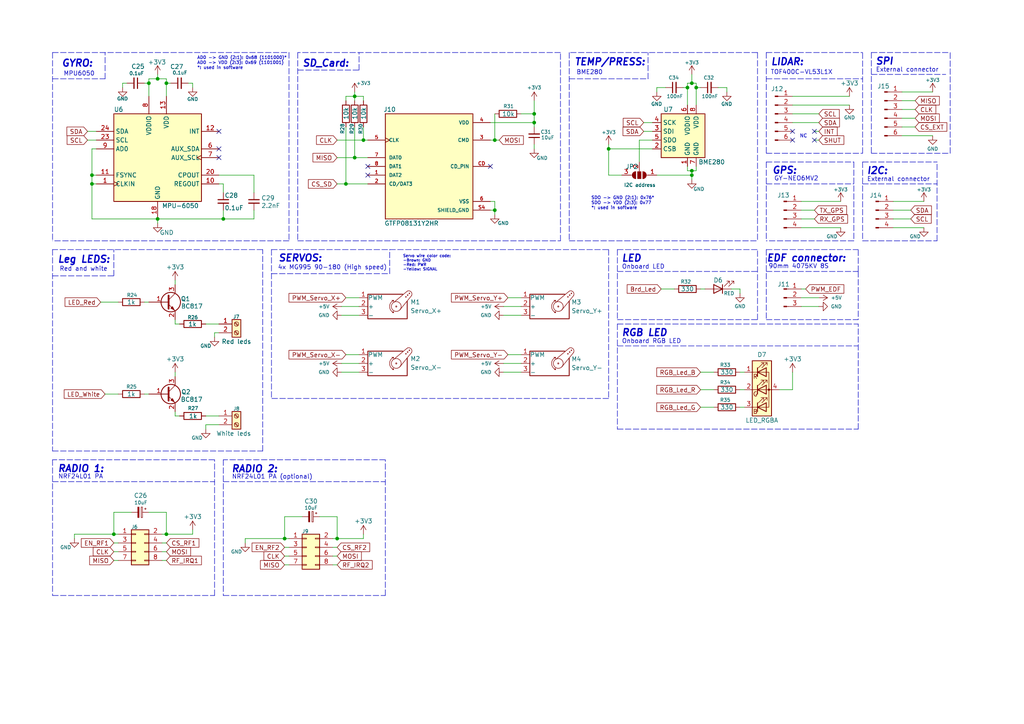
<source format=kicad_sch>
(kicad_sch (version 20211123) (generator eeschema)
  (paper "A4")
  (title_block (date "2023-02-15") (rev "2.2"))
  (lib_symbols
    (symbol "Connector:Conn_01x03_Male" (pin_names (offset 1.016) hide)
      (property "Reference" "J" (at 0 5.08 0))
      (property "Value" "Conn_01x03_Male" (at 0 -5.08 0))
      (symbol "Conn_01x03_Male_1_1"
        (pin passive line (at 5.08 2.54 180) (length 3.81) (name "Pin_1") (number "1"))
        (pin passive line (at 5.08 0 180) (length 3.81) (name "Pin_2") (number "2"))
        (pin passive line (at 5.08 -2.54 180) (length 3.81) (name "Pin_3") (number "3"))
      )
    )
    (symbol "Connector:Conn_01x04_Male" (pin_names (offset 1.016) hide)
      (property "Reference" "J" (at 0 5.08 0))
      (property "Value" "Conn_01x04_Male" (at 0 -7.62 0))
      (symbol "Conn_01x04_Male_1_1"
        (pin passive line (at 5.08 2.54 180) (length 3.81) (name "Pin_1") (number "1"))
        (pin passive line (at 5.08 0 180) (length 3.81) (name "Pin_2") (number "2"))
        (pin passive line (at 5.08 -2.54 180) (length 3.81) (name "Pin_3") (number "3"))
        (pin passive line (at 5.08 -5.08 180) (length 3.81) (name "Pin_4") (number "4"))
      )
    )
    (symbol "Connector:Conn_01x06_Male" (pin_names (offset 1.016) hide)
      (property "Reference" "J" (at 0 7.62 0))
      (property "Value" "Conn_01x06_Male" (at 0 -10.16 0))
      (symbol "Conn_01x06_Male_1_1"
        (pin passive line (at 5.08 5.08 180) (length 3.81) (name "Pin_1") (number "1"))
        (pin passive line (at 5.08 2.54 180) (length 3.81) (name "Pin_2") (number "2"))
        (pin passive line (at 5.08 0 180) (length 3.81) (name "Pin_3") (number "3"))
        (pin passive line (at 5.08 -2.54 180) (length 3.81) (name "Pin_4") (number "4"))
        (pin passive line (at 5.08 -5.08 180) (length 3.81) (name "Pin_5") (number "5"))
        (pin passive line (at 5.08 -7.62 180) (length 3.81) (name "Pin_6") (number "6"))
      )
    )
    (symbol "Connector:Screw_Terminal_01x02" (pin_names (offset 1.016) hide)
      (property "Reference" "J" (at 0 2.54 0))
      (property "Value" "Screw_Terminal_01x02" (at 0 -5.08 0))
      (symbol "Screw_Terminal_01x02_1_1"
        (pin passive line (at -5.08 0 0) (length 3.81) (name "Pin_1") (number "1"))
        (pin passive line (at -5.08 -2.54 0) (length 3.81) (name "Pin_2") (number "2"))
      )
    )
    (symbol "Connector_Generic:Conn_02x04_Odd_Even" (pin_names (offset 1.016) hide)
      (property "Reference" "J" (at 1.27 5.08 0))
      (property "Value" "Conn_02x04_Odd_Even" (at 1.27 -7.62 0))
      (symbol "Conn_02x04_Odd_Even_1_1"
        (pin passive line (at -5.08 2.54 0) (length 3.81) (name "Pin_1") (number "1"))
        (pin passive line (at 7.62 2.54 180) (length 3.81) (name "Pin_2") (number "2"))
        (pin passive line (at -5.08 0 0) (length 3.81) (name "Pin_3") (number "3"))
        (pin passive line (at 7.62 0 180) (length 3.81) (name "Pin_4") (number "4"))
        (pin passive line (at -5.08 -2.54 0) (length 3.81) (name "Pin_5") (number "5"))
        (pin passive line (at 7.62 -2.54 180) (length 3.81) (name "Pin_6") (number "6"))
        (pin passive line (at -5.08 -5.08 0) (length 3.81) (name "Pin_7") (number "7"))
        (pin passive line (at 7.62 -5.08 180) (length 3.81) (name "Pin_8") (number "8"))
      )
    )
    (symbol "Device:C_Polarized_Small" (pin_numbers hide) (pin_names (offset 0.254) hide)
      (property "Reference" "C" (at 0.254 1.778 0))
      (property "Value" "C_Polarized_Small" (at 0.254 -2.032 0))
      (symbol "C_Polarized_Small_1_1"
        (pin passive line (at 0 2.54 270) (length 1.8542) (name "~") (number "1"))
        (pin passive line (at 0 -2.54 90) (length 1.8542) (name "~") (number "2"))
      )
    )
    (symbol "Device:C_Small" (pin_numbers hide) (pin_names (offset 0.254) hide)
      (property "Reference" "C" (at 0.254 1.778 0))
      (property "Value" "C_Small" (at 0.254 -2.032 0))
      (symbol "C_Small_1_1"
        (pin passive line (at 0 2.54 270) (length 2.032) (name "~") (number "1"))
        (pin passive line (at 0 -2.54 90) (length 2.032) (name "~") (number "2"))
      )
    )
    (symbol "Device:LED" (pin_numbers hide) (pin_names (offset 1.016) hide)
      (property "Reference" "D" (at 0 2.54 0))
      (property "Value" "LED" (at 0 -2.54 0))
      (symbol "LED_1_1"
        (pin passive line (at -3.81 0 0) (length 2.54) (name "K") (number "1"))
        (pin passive line (at 3.81 0 180) (length 2.54) (name "A") (number "2"))
      )
    )
    (symbol "Device:LED_RGBA" (pin_names (offset 0) hide)
      (property "Reference" "D" (at 0 9.398 0))
      (property "Value" "LED_RGBA" (at 0 -8.89 0))
      (symbol "LED_RGBA_0_0"
        (text "B" (at -1.905 -6.35 0) (effects (font (size 1.27 1.27))))
        (text "G" (at -1.905 -1.27 0) (effects (font (size 1.27 1.27))))
        (text "R" (at -1.905 3.81 0) (effects (font (size 1.27 1.27))))
      )
      (symbol "LED_RGBA_1_1"
        (pin passive line (at -5.08 5.08 0) (length 2.54) (name "RK") (number "1"))
        (pin passive line (at -5.08 0 0) (length 2.54) (name "GK") (number "2"))
        (pin passive line (at -5.08 -5.08 0) (length 2.54) (name "BK") (number "3"))
        (pin passive line (at 5.08 0 180) (length 2.54) (name "A") (number "4"))
      )
    )
    (symbol "Device:R" (pin_numbers hide) (pin_names (offset 0))
      (property "Reference" "R" (at 2.032 0 90))
      (property "Value" "R" (at 0 0 90))
      (symbol "R_1_1"
        (pin passive line (at 0 3.81 270) (length 1.27) (name "~") (number "1"))
        (pin passive line (at 0 -3.81 90) (length 1.27) (name "~") (number "2"))
      )
    )
    (symbol "Jumper:SolderJumper_3_Open" (pin_names (offset 0) hide)
      (property "Reference" "JP" (at -2.54 -2.54 0))
      (property "Value" "SolderJumper_3_Open" (at 0 2.794 0))
      (symbol "SolderJumper_3_Open_1_1"
        (pin passive line (at -5.08 0 0) (length 2.54) (name "A") (number "1"))
        (pin passive line (at 0 -3.81 90) (length 2.54) (name "C") (number "2"))
        (pin passive line (at 5.08 0 180) (length 2.54) (name "B") (number "3"))
      )
    )
    (symbol "Micro_SD_TF_Holder:GTFP08131Y2HR" (pin_names (offset 1.016))
      (property "Reference" "J3" (at -11.43 16.51 0))
      (property "Value" "GTFP08131Y2HR" (at -5.08 -16.51 0))
      (symbol "GTFP08131Y2HR_0_0"
        (pin bidirectional line (at -17.78 -2.54 0) (length 5.08) (name "DAT2") (number "1"))
        (pin bidirectional line (at -17.78 -5.08 0) (length 5.08) (name "CD/DAT3") (number "2"))
        (pin bidirectional line (at 17.78 7.62 180) (length 5.08) (name "CMD") (number "3"))
        (pin power_in line (at 17.78 12.7 180) (length 5.08) (name "VDD") (number "4"))
        (pin bidirectional clock (at -17.78 7.62 0) (length 5.08) (name "CLK") (number "5"))
        (pin power_in line (at 17.78 -10.16 180) (length 5.08) (name "VSS") (number "6"))
        (pin bidirectional line (at -17.78 2.54 0) (length 5.08) (name "DAT0") (number "7"))
        (pin bidirectional line (at -17.78 0 0) (length 5.08) (name "DAT1") (number "8"))
        (pin bidirectional line (at 17.78 0 180) (length 5.08) (name "CD_PIN") (number "CD"))
        (pin power_in line (at 17.78 -12.7 180) (length 5.08) (name "SHIELD_GND") (number "S4"))
      )
    )
    (symbol "Motor:Motor_Servo" (pin_names (offset 0.0254))
      (property "Reference" "M" (at -5.08 4.445 0))
      (property "Value" "Motor_Servo" (at -5.08 -4.064 0))
      (symbol "Motor_Servo_1_1"
        (pin passive line (at -7.62 2.54 0) (length 2.54) (name "PWM") (number "1"))
        (pin passive line (at -7.62 0 0) (length 2.54) (name "+") (number "2"))
        (pin passive line (at -7.62 -2.54 0) (length 2.54) (name "-") (number "3"))
      )
    )
    (symbol "Sensor_Motion:MPU-6050"
      (property "Reference" "U" (at -11.43 13.97 0))
      (property "Value" "MPU-6050" (at 7.62 -13.97 0))
      (symbol "MPU-6050_1_1"
        (pin input clock (at -17.78 -7.62 0) (length 5.08) (name "CLKIN") (number "1"))
        (pin passive line (at 17.78 -7.62 180) (length 5.08) (name "REGOUT") (number "10"))
        (pin input line (at -17.78 -5.08 0) (length 5.08) (name "FSYNC") (number "11"))
        (pin output line (at 17.78 7.62 180) (length 5.08) (name "INT") (number "12"))
        (pin power_in line (at 2.54 17.78 270) (length 5.08) (name "VDD") (number "13"))
        (pin power_in line (at 0 -17.78 90) (length 5.08) (name "GND") (number "18"))
        (pin passive line (at 17.78 -5.08 180) (length 5.08) (name "CPOUT") (number "20"))
        (pin input line (at -17.78 5.08 0) (length 5.08) (name "SCL") (number "23"))
        (pin bidirectional line (at -17.78 7.62 0) (length 5.08) (name "SDA") (number "24"))
        (pin bidirectional line (at 17.78 2.54 180) (length 5.08) (name "AUX_SDA") (number "6"))
        (pin output clock (at 17.78 0 180) (length 5.08) (name "AUX_SCL") (number "7"))
        (pin power_in line (at -2.54 17.78 270) (length 5.08) (name "VDDIO") (number "8"))
        (pin input line (at -17.78 2.54 0) (length 5.08) (name "AD0") (number "9"))
      )
    )
    (symbol "Sensor_Pressure:BMP280"
      (property "Reference" "U" (at -7.62 10.16 0))
      (property "Value" "BMP280" (at 5.08 10.16 0))
      (symbol "BMP280_1_1"
        (pin power_in line (at 0 -7.62 90) (length 2.54) (name "GND") (number "1"))
        (pin input line (at -10.16 -2.54 0) (length 2.54) (name "CSB") (number "2"))
        (pin bidirectional line (at -10.16 2.54 0) (length 2.54) (name "SDI") (number "3"))
        (pin input line (at -10.16 5.08 0) (length 2.54) (name "SCK") (number "4"))
        (pin bidirectional line (at -10.16 0 0) (length 2.54) (name "SDO") (number "5"))
        (pin power_in line (at 0 10.16 270) (length 2.54) (name "VDDIO") (number "6"))
        (pin power_in line (at 2.54 -7.62 90) (length 2.54) (name "GND") (number "7"))
        (pin power_in line (at 2.54 10.16 270) (length 2.54) (name "VDD") (number "8"))
      )
    )
    (symbol "Transistor_BJT:BC817" (pin_names (offset 0) hide)
      (property "Reference" "Q" (at 5.08 1.905 0))
      (property "Value" "BC817" (at 5.08 0 0))
      (symbol "BC817_1_1"
        (pin input line (at -5.08 0 0) (length 5.715) (name "B") (number "1"))
        (pin passive line (at 2.54 -5.08 90) (length 2.54) (name "E") (number "2"))
        (pin passive line (at 2.54 5.08 270) (length 2.54) (name "C") (number "3"))
      )
    )
    (symbol "power:+3.3V" (power) (pin_names (offset 0))
      (property "Value" "+3.3V" (at 0 3.556 0))
      (symbol "+3.3V_1_1"
        (pin power_in line (at 0 0 90) (length 0) hide (name "+3V3") (number "1"))
      )
    )
    (symbol "power:+5V" (power) (pin_names (offset 0))
      (property "Value" "+5V" (at 0 3.556 0))
      (symbol "+5V_1_1"
        (pin power_in line (at 0 0 90) (length 0) hide (name "+5V") (number "1"))
      )
    )
    (symbol "power:GND" (power) (pin_names (offset 0))
      (property "Value" "GND" (at 0 -3.81 0))
      (symbol "GND_1_1"
        (pin power_in line (at 0 0 270) (length 0) hide (name "GND") (number "1"))
      )
    )
  )
  (junction (at 105.41 40.64))
  (junction (at 97.79 156.21))
  (junction (at 201.93 25.4))
  (junction (at 200.66 50.8))
  (junction (at 200.66 24.13))
  (junction (at 26.67 50.8))
  (junction (at 200.66 49.53))
  (junction (at 154.94 33.02))
  (junction (at 100.33 53.34))
  (junction (at 43.18 24.13))
  (junction (at 48.26 154.94))
  (junction (at 176.53 43.18))
  (junction (at 48.26 24.13))
  (junction (at 143.51 40.64))
  (junction (at 26.67 53.34))
  (junction (at 102.87 45.72))
  (junction (at 82.55 156.21))
  (junction (at 143.51 60.96))
  (junction (at 154.94 35.56))
  (junction (at 199.39 25.4))
  (junction (at 102.87 27.94))
  (junction (at 45.72 63.5))
  (junction (at 33.02 154.94))
  (junction (at 64.77 63.5))
  (junction (at 45.72 22.86))
  (no_connect (at 106.68 48.26))
  (no_connect (at 236.22 38.1))
  (no_connect (at 236.22 40.64))
  (no_connect (at 63.5 43.18))
  (no_connect (at 142.24 48.26))
  (no_connect (at 106.68 50.8))
  (no_connect (at 63.5 38.1))
  (no_connect (at 229.87 40.64))
  (no_connect (at 229.87 38.1))
  (no_connect (at 63.5 45.72))
  (wire (pts (xy 232.41 58.42) (xy 243.84 58.42)))
  (wire (pts (xy 154.94 43.18) (xy 154.94 41.91)))
  (wire (pts (xy 62.23 97.79) (xy 62.23 96.52)))
  (wire (pts (xy 226.06 113.03) (xy 229.87 113.03)))
  (wire (pts (xy 50.8 92.71) (xy 50.8 93.98)))
  (wire (pts (xy 190.5 50.8) (xy 200.66 50.8)))
  (polyline (pts (xy 162.56 69.85) (xy 162.56 15.24)))
  (wire (pts (xy 203.2 107.95) (xy 207.01 107.95)))
  (wire (pts (xy 55.88 25.4) (xy 55.88 24.13)))
  (wire (pts (xy 59.69 123.19) (xy 63.5 123.19)))
  (polyline (pts (xy 76.2 130.81) (xy 76.2 72.39)))
  (wire (pts (xy 62.23 96.52) (xy 63.5 96.52)))
  (wire (pts (xy 143.51 40.64) (xy 144.78 40.64)))
  (wire (pts (xy 198.12 25.4) (xy 199.39 25.4)))
  (wire (pts (xy 214.63 107.95) (xy 215.9 107.95)))
  (wire (pts (xy 21.59 154.94) (xy 33.02 154.94)))
  (polyline (pts (xy 222.25 15.24) (xy 222.25 44.45)))
  (wire (pts (xy 26.67 53.34) (xy 27.94 53.34)))
  (polyline (pts (xy 78.74 72.39) (xy 176.53 72.39)))
  (polyline (pts (xy 248.92 78.74) (xy 248.92 92.71)))
  (polyline (pts (xy 83.82 69.85) (xy 15.24 69.85)))
  (wire (pts (xy 100.33 36.83) (xy 100.33 53.34)))
  (wire (pts (xy 212.09 83.82) (xy 214.63 83.82)))
  (wire (pts (xy 232.41 83.82) (xy 233.68 83.82)))
  (wire (pts (xy 55.88 153.67) (xy 55.88 154.94)))
  (wire (pts (xy 26.67 53.34) (xy 26.67 63.5)))
  (wire (pts (xy 199.39 48.26) (xy 199.39 49.53)))
  (wire (pts (xy 154.94 33.02) (xy 154.94 35.56)))
  (wire (pts (xy 21.59 156.21) (xy 21.59 154.94)))
  (wire (pts (xy 33.02 154.94) (xy 34.29 154.94)))
  (wire (pts (xy 102.87 27.94) (xy 105.41 27.94)))
  (polyline (pts (xy 222.25 72.39) (xy 248.92 72.39)))
  (wire (pts (xy 203.2 25.4) (xy 201.93 25.4)))
  (wire (pts (xy 97.79 149.86) (xy 97.79 156.21)))
  (polyline (pts (xy 165.1 15.24) (xy 165.1 69.85)))
  (wire (pts (xy 200.66 21.59) (xy 200.66 24.13)))
  (wire (pts (xy 48.26 154.94) (xy 55.88 154.94)))
  (polyline (pts (xy 179.07 93.98) (xy 248.92 93.98)))
  (wire (pts (xy 229.87 27.94) (xy 246.38 27.94)))
  (polyline (pts (xy 111.76 133.35) (xy 64.77 133.35)))
  (wire (pts (xy 48.26 22.86) (xy 48.26 24.13)))
  (wire (pts (xy 99.06 107.95) (xy 104.14 107.95)))
  (polyline (pts (xy 222.25 53.34) (xy 247.65 53.34)))
  (wire (pts (xy 259.08 60.96) (xy 264.16 60.96)))
  (wire (pts (xy 99.06 105.41) (xy 104.14 105.41)))
  (polyline (pts (xy 83.82 15.24) (xy 83.82 69.85)))
  (polyline (pts (xy 33.02 80.01) (xy 33.02 72.39)))
  (polyline (pts (xy 219.71 15.24) (xy 219.71 69.85)))
  (polyline (pts (xy 247.65 46.99) (xy 247.65 69.85)))
  (polyline (pts (xy 15.24 130.81) (xy 76.2 130.81)))
  (wire (pts (xy 176.53 43.18) (xy 189.23 43.18)))
  (wire (pts (xy 97.79 40.64) (xy 105.41 40.64)))
  (wire (pts (xy 33.02 148.59) (xy 38.1 148.59)))
  (wire (pts (xy 100.33 102.87) (xy 104.14 102.87)))
  (wire (pts (xy 232.41 63.5) (xy 236.22 63.5)))
  (wire (pts (xy 63.5 50.8) (xy 73.66 50.8)))
  (wire (pts (xy 200.66 49.53) (xy 200.66 50.8)))
  (wire (pts (xy 261.62 31.75) (xy 265.43 31.75)))
  (wire (pts (xy 100.33 53.34) (xy 106.68 53.34)))
  (wire (pts (xy 176.53 43.18) (xy 176.53 50.8)))
  (wire (pts (xy 96.52 163.83) (xy 97.79 163.83)))
  (polyline (pts (xy 15.24 15.24) (xy 15.24 69.85)))
  (wire (pts (xy 200.66 24.13) (xy 199.39 24.13)))
  (wire (pts (xy 185.42 40.64) (xy 189.23 40.64)))
  (polyline (pts (xy 222.25 46.99) (xy 222.25 69.85)))
  (wire (pts (xy 190.5 26.67) (xy 190.5 25.4)))
  (wire (pts (xy 43.18 148.59) (xy 48.26 148.59)))
  (wire (pts (xy 176.53 50.8) (xy 180.34 50.8)))
  (wire (pts (xy 261.62 39.37) (xy 270.51 39.37)))
  (wire (pts (xy 201.93 24.13) (xy 200.66 24.13)))
  (polyline (pts (xy 15.24 133.35) (xy 15.24 172.72)))
  (polyline (pts (xy 113.03 79.375) (xy 113.03 72.39)))
  (wire (pts (xy 97.79 156.21) (xy 105.41 156.21)))
  (wire (pts (xy 261.62 29.21) (xy 265.43 29.21)))
  (polyline (pts (xy 187.96 22.86) (xy 187.96 15.24)))
  (wire (pts (xy 201.93 49.53) (xy 201.93 48.26)))
  (polyline (pts (xy 78.74 79.375) (xy 113.03 79.375)))
  (polyline (pts (xy 248.92 78.74) (xy 248.92 72.39)))
  (wire (pts (xy 100.33 27.94) (xy 102.87 27.94)))
  (polyline (pts (xy 78.74 72.39) (xy 78.74 115.57)))
  (wire (pts (xy 151.13 33.02) (xy 154.94 33.02)))
  (wire (pts (xy 105.41 40.64) (xy 106.68 40.64)))
  (wire (pts (xy 201.93 25.4) (xy 201.93 24.13)))
  (polyline (pts (xy 86.36 20.32) (xy 104.14 20.32)))
  (polyline (pts (xy 252.73 15.24) (xy 252.73 44.45)))
  (wire (pts (xy 199.39 25.4) (xy 199.39 30.48)))
  (wire (pts (xy 236.22 40.64) (xy 237.49 40.64)))
  (wire (pts (xy 154.94 29.21) (xy 154.94 33.02)))
  (wire (pts (xy 64.77 53.34) (xy 64.77 55.88)))
  (wire (pts (xy 185.42 40.64) (xy 185.42 46.99)))
  (wire (pts (xy 261.62 34.29) (xy 265.43 34.29)))
  (wire (pts (xy 96.52 161.29) (xy 97.79 161.29)))
  (wire (pts (xy 99.06 91.44) (xy 104.14 91.44)))
  (polyline (pts (xy 165.1 22.86) (xy 187.96 22.86)))
  (wire (pts (xy 203.2 118.11) (xy 207.01 118.11)))
  (polyline (pts (xy 104.14 20.32) (xy 104.14 15.24)))
  (polyline (pts (xy 219.71 92.71) (xy 219.71 72.39)))
  (polyline (pts (xy 176.53 115.57) (xy 78.74 115.57)))
  (polyline (pts (xy 248.92 124.46) (xy 248.92 93.98)))
  (wire (pts (xy 143.51 60.96) (xy 143.51 62.23)))
  (polyline (pts (xy 86.36 15.24) (xy 86.36 69.85)))
  (polyline (pts (xy 15.24 15.24) (xy 83.82 15.24)))
  (wire (pts (xy 33.02 157.48) (xy 34.29 157.48)))
  (wire (pts (xy 71.12 157.48) (xy 71.12 156.21)))
  (wire (pts (xy 142.24 60.96) (xy 143.51 60.96)))
  (wire (pts (xy 46.99 160.02) (xy 48.26 160.02)))
  (polyline (pts (xy 30.48 22.86) (xy 30.48 15.24)))
  (wire (pts (xy 97.79 53.34) (xy 100.33 53.34)))
  (wire (pts (xy 59.69 124.46) (xy 59.69 123.19)))
  (wire (pts (xy 208.28 25.4) (xy 210.82 25.4)))
  (polyline (pts (xy 165.1 69.85) (xy 219.71 69.85)))
  (polyline (pts (xy 179.07 72.39) (xy 179.07 92.71)))
  (polyline (pts (xy 250.19 46.99) (xy 271.78 46.99)))
  (wire (pts (xy 48.26 154.94) (xy 46.99 154.94)))
  (wire (pts (xy 199.39 49.53) (xy 200.66 49.53)))
  (wire (pts (xy 102.87 26.67) (xy 102.87 27.94)))
  (wire (pts (xy 63.5 53.34) (xy 64.77 53.34)))
  (wire (pts (xy 105.41 36.83) (xy 105.41 40.64)))
  (polyline (pts (xy 250.19 44.45) (xy 250.19 15.24)))
  (wire (pts (xy 143.51 33.02) (xy 143.51 40.64)))
  (wire (pts (xy 50.8 107.95) (xy 50.8 109.22)))
  (wire (pts (xy 46.99 157.48) (xy 48.26 157.48)))
  (wire (pts (xy 82.55 161.29) (xy 83.82 161.29)))
  (wire (pts (xy 102.87 36.83) (xy 102.87 45.72)))
  (polyline (pts (xy 62.23 172.72) (xy 62.23 133.35)))
  (wire (pts (xy 26.67 63.5) (xy 45.72 63.5)))
  (polyline (pts (xy 15.24 80.01) (xy 33.02 80.01)))
  (polyline (pts (xy 247.65 69.85) (xy 222.25 69.85)))
  (wire (pts (xy 82.55 158.75) (xy 83.82 158.75)))
  (wire (pts (xy 199.39 24.13) (xy 199.39 25.4)))
  (polyline (pts (xy 222.25 92.71) (xy 248.92 92.71)))
  (wire (pts (xy 142.24 40.64) (xy 143.51 40.64)))
  (wire (pts (xy 43.18 24.13) (xy 43.18 22.86)))
  (wire (pts (xy 100.33 86.36) (xy 104.14 86.36)))
  (wire (pts (xy 45.72 22.86) (xy 48.26 22.86)))
  (polyline (pts (xy 179.07 124.46) (xy 248.92 124.46)))
  (wire (pts (xy 50.8 119.38) (xy 50.8 120.65)))
  (wire (pts (xy 82.55 149.86) (xy 87.63 149.86)))
  (wire (pts (xy 73.66 60.96) (xy 73.66 63.5)))
  (wire (pts (xy 203.2 83.82) (xy 204.47 83.82)))
  (wire (pts (xy 176.53 41.91) (xy 176.53 43.18)))
  (polyline (pts (xy 222.25 15.24) (xy 250.19 15.24)))
  (wire (pts (xy 203.2 113.03) (xy 207.01 113.03)))
  (polyline (pts (xy 15.24 22.86) (xy 30.48 22.86)))
  (wire (pts (xy 142.24 35.56) (xy 154.94 35.56)))
  (polyline (pts (xy 219.71 15.24) (xy 165.1 15.24)))
  (wire (pts (xy 142.24 58.42) (xy 143.51 58.42)))
  (wire (pts (xy 210.82 25.4) (xy 210.82 26.67)))
  (wire (pts (xy 43.18 22.86) (xy 45.72 22.86)))
  (wire (pts (xy 27.94 43.18) (xy 26.67 43.18)))
  (polyline (pts (xy 76.2 72.39) (xy 15.24 72.39)))
  (wire (pts (xy 92.71 149.86) (xy 97.79 149.86)))
  (wire (pts (xy 154.94 35.56) (xy 154.94 36.83)))
  (wire (pts (xy 82.55 163.83) (xy 83.82 163.83)))
  (wire (pts (xy 191.77 83.82) (xy 195.58 83.82)))
  (wire (pts (xy 82.55 156.21) (xy 83.82 156.21)))
  (wire (pts (xy 97.79 45.72) (xy 102.87 45.72)))
  (wire (pts (xy 147.32 102.87) (xy 151.13 102.87)))
  (polyline (pts (xy 86.36 69.85) (xy 162.56 69.85)))
  (wire (pts (xy 25.4 38.1) (xy 27.94 38.1)))
  (wire (pts (xy 26.67 43.18) (xy 26.67 50.8)))
  (polyline (pts (xy 176.53 72.39) (xy 176.53 115.57)))
  (wire (pts (xy 97.79 156.21) (xy 96.52 156.21)))
  (wire (pts (xy 26.67 50.8) (xy 26.67 53.34)))
  (wire (pts (xy 214.63 118.11) (xy 215.9 118.11)))
  (polyline (pts (xy 15.24 139.7) (xy 62.23 139.7)))
  (polyline (pts (xy 179.07 93.98) (xy 179.07 124.46)))
  (polyline (pts (xy 15.24 172.72) (xy 62.23 172.72)))
  (polyline (pts (xy 222.25 78.74) (xy 248.92 78.74)))
  (wire (pts (xy 64.77 63.5) (xy 73.66 63.5)))
  (wire (pts (xy 146.05 107.95) (xy 151.13 107.95)))
  (wire (pts (xy 30.48 114.3) (xy 34.29 114.3)))
  (wire (pts (xy 48.26 24.13) (xy 49.53 24.13)))
  (wire (pts (xy 229.87 30.48) (xy 246.38 30.48)))
  (wire (pts (xy 232.41 86.36) (xy 237.49 86.36)))
  (wire (pts (xy 50.8 93.98) (xy 52.07 93.98)))
  (wire (pts (xy 105.41 27.94) (xy 105.41 29.21)))
  (wire (pts (xy 102.87 45.72) (xy 106.68 45.72)))
  (wire (pts (xy 214.63 113.03) (xy 215.9 113.03)))
  (polyline (pts (xy 222.25 22.86) (xy 250.19 22.86)))
  (polyline (pts (xy 179.07 92.71) (xy 219.71 92.71)))
  (polyline (pts (xy 252.73 21.59) (xy 274.32 21.59)))
  (wire (pts (xy 200.66 52.07) (xy 200.66 50.8)))
  (wire (pts (xy 71.12 156.21) (xy 82.55 156.21)))
  (wire (pts (xy 33.02 148.59) (xy 33.02 154.94)))
  (wire (pts (xy 232.41 66.04) (xy 243.84 66.04)))
  (wire (pts (xy 99.06 88.9) (xy 104.14 88.9)))
  (wire (pts (xy 33.02 162.56) (xy 34.29 162.56)))
  (polyline (pts (xy 252.73 44.45) (xy 275.59 44.45)))
  (wire (pts (xy 186.69 38.1) (xy 189.23 38.1)))
  (wire (pts (xy 82.55 149.86) (xy 82.55 156.21)))
  (polyline (pts (xy 222.25 46.99) (xy 247.65 46.99)))
  (wire (pts (xy 200.66 49.53) (xy 201.93 49.53)))
  (wire (pts (xy 50.8 120.65) (xy 52.07 120.65)))
  (wire (pts (xy 236.22 38.1) (xy 237.49 38.1)))
  (polyline (pts (xy 179.07 78.74) (xy 219.71 78.74)))
  (wire (pts (xy 232.41 60.96) (xy 236.22 60.96)))
  (polyline (pts (xy 111.76 172.72) (xy 111.76 133.35)))
  (polyline (pts (xy 250.19 53.34) (xy 271.78 53.34)))
  (wire (pts (xy 201.93 25.4) (xy 201.93 30.48)))
  (wire (pts (xy 261.62 36.83) (xy 265.43 36.83)))
  (polyline (pts (xy 15.24 72.39) (xy 15.24 130.81)))
  (wire (pts (xy 35.56 24.13) (xy 36.83 24.13)))
  (wire (pts (xy 25.4 40.64) (xy 27.94 40.64)))
  (wire (pts (xy 259.08 66.04) (xy 267.97 66.04)))
  (polyline (pts (xy 250.19 46.99) (xy 250.19 69.85)))
  (wire (pts (xy 29.21 87.63) (xy 34.29 87.63)))
  (wire (pts (xy 102.87 27.94) (xy 102.87 29.21)))
  (polyline (pts (xy 250.19 69.85) (xy 271.78 69.85)))
  (wire (pts (xy 48.26 148.59) (xy 48.26 154.94)))
  (wire (pts (xy 261.62 26.67) (xy 270.51 26.67)))
  (wire (pts (xy 214.63 83.82) (xy 214.63 85.09)))
  (wire (pts (xy 146.05 105.41) (xy 151.13 105.41)))
  (polyline (pts (xy 179.07 72.39) (xy 219.71 72.39)))
  (wire (pts (xy 146.05 88.9) (xy 151.13 88.9)))
  (wire (pts (xy 96.52 158.75) (xy 97.79 158.75)))
  (polyline (pts (xy 64.77 172.72) (xy 111.76 172.72)))
  (wire (pts (xy 41.91 87.63) (xy 43.18 87.63)))
  (polyline (pts (xy 162.56 15.24) (xy 86.36 15.24)))
  (polyline (pts (xy 62.23 133.35) (xy 15.24 133.35)))
  (wire (pts (xy 64.77 60.96) (xy 64.77 63.5)))
  (wire (pts (xy 41.91 114.3) (xy 43.18 114.3)))
  (polyline (pts (xy 64.77 133.35) (xy 64.77 172.72)))
  (polyline (pts (xy 275.59 44.45) (xy 275.59 15.24)))
  (wire (pts (xy 186.69 35.56) (xy 189.23 35.56)))
  (polyline (pts (xy 252.73 15.24) (xy 275.59 15.24)))
  (wire (pts (xy 259.08 58.42) (xy 267.97 58.42)))
  (polyline (pts (xy 271.78 69.85) (xy 271.78 46.99)))
  (wire (pts (xy 45.72 21.59) (xy 45.72 22.86)))
  (wire (pts (xy 43.18 24.13) (xy 43.18 27.94)))
  (wire (pts (xy 48.26 24.13) (xy 48.26 27.94)))
  (wire (pts (xy 54.61 24.13) (xy 55.88 24.13)))
  (wire (pts (xy 35.56 24.13) (xy 35.56 25.4)))
  (wire (pts (xy 73.66 50.8) (xy 73.66 55.88)))
  (wire (pts (xy 27.94 50.8) (xy 26.67 50.8)))
  (wire (pts (xy 232.41 88.9) (xy 237.49 88.9)))
  (wire (pts (xy 59.69 120.65) (xy 63.5 120.65)))
  (polyline (pts (xy 179.07 100.33) (xy 248.92 100.33)))
  (wire (pts (xy 46.99 162.56) (xy 48.26 162.56)))
  (wire (pts (xy 229.87 35.56) (xy 237.49 35.56)))
  (wire (pts (xy 50.8 81.28) (xy 50.8 82.55)))
  (wire (pts (xy 59.69 93.98) (xy 63.5 93.98)))
  (wire (pts (xy 229.87 33.02) (xy 237.49 33.02)))
  (polyline (pts (xy 64.77 139.7) (xy 111.76 139.7)))
  (wire (pts (xy 41.91 24.13) (xy 43.18 24.13)))
  (wire (pts (xy 190.5 25.4) (xy 193.04 25.4)))
  (wire (pts (xy 229.87 107.95) (xy 229.87 113.03)))
  (wire (pts (xy 100.33 27.94) (xy 100.33 29.21)))
  (wire (pts (xy 147.32 86.36) (xy 151.13 86.36)))
  (wire (pts (xy 33.02 160.02) (xy 34.29 160.02)))
  (wire (pts (xy 143.51 58.42) (xy 143.51 60.96)))
  (wire (pts (xy 146.05 91.44) (xy 151.13 91.44)))
  (wire (pts (xy 259.08 63.5) (xy 264.16 63.5)))
  (polyline (pts (xy 222.25 72.39) (xy 222.25 92.71)))
  (wire (pts (xy 45.72 63.5) (xy 64.77 63.5)))
  (polyline (pts (xy 222.25 44.45) (xy 250.19 44.45)))
  (wire (pts (xy 45.72 63.5) (xy 45.72 64.77)))
  (wire (pts (xy 105.41 156.21) (xy 105.41 154.94)))
  (text "Red and white" (at 17.2477 78.8545 0) (effects (font (size 1.27 1.27)) (justify left bottom)))
  (text "Leg LEDS:" (at 16.6127 76.5615 0) (effects (font (size 2 2) (thickness 0.4) bold italic) (justify left bottom)))
  (text "GYRO:" (at 17.78 19.685 0) (effects (font (size 2 2) (thickness 0.4) bold italic) (justify left bottom)))
  (text "External connector" (at 254.0039 21.0954 0) (effects (font (size 1.27 1.27)) (justify left bottom)))
  (text "90mm 4075KV 8S" (at 222.885 78.105 0) (effects (font (size 1.27 1.27)) (justify left bottom)))
  (text "SPI" (at 253.8608 19.0924 0) (effects (font (size 2 2) (thickness 0.4) bold italic) (justify left bottom)))
  (text "I2C:" (at 251.3208 50.8424 0) (effects (font (size 2 2) (thickness 0.4) bold italic) (justify left bottom)))
  (text "TOF400C-VL53L1X" (at 223.4847 21.8055 0) (effects (font (size 1.27 1.27)) (justify left bottom)))
  (text "Onboard RGB LED" (at 180.3439 99.8354 0) (effects (font (size 1.27 1.27)) (justify left bottom)))
  (text "GY-NEO6MV2" (at 224.5103 52.6573 0) (effects (font (size 1.27 1.27)) (justify left bottom)))
  (text "TEMP/PRESS:" (at 166.5293 19.3008 0) (effects (font (size 2 2) (thickness 0.4) bold italic) (justify left bottom)))
  (text "AD0 -> GND (2:1): 0x68 (1101000)*\nAD0 -> VDD (2:3): 0x69 (1101001)\n*: used in software" (at 57.15 20.32 0) (effects (font (size 0.9 0.9)) (justify left bottom)))
  (text "SERVOS:\n" (at 80.645 76.2 0) (effects (font (size 2 2) (thickness 0.4) bold italic) (justify left bottom)))
  (text "4x MG995 90-180 (High speed)" (at 80.5696 78.4294 0) (effects (font (size 1.27 1.27)) (justify left bottom)))
  (text "NRF24L01 PA" (at 16.8606 139.0903 0) (effects (font (size 1.27 1.27)) (justify left bottom)))
  (text "LED" (at 180.2008 76.2424 0) (effects (font (size 2 2) (thickness 0.4) bold italic) (justify left bottom)))
  (text "RADIO 1:" (at 16.654 137.2745 0) (effects (font (size 2 2) (thickness 0.4) bold italic) (justify left bottom)))
  (text "LIDAR:" (at 223.4847 19.2655 0) (effects (font (size 2 2) (thickness 0.4) bold italic) (justify left bottom)))
  (text "Onboard LED" (at 180.3439 78.2454 0) (effects (font (size 1.27 1.27)) (justify left bottom)))
  (text "External connector" (at 251.4639 52.8454 0) (effects (font (size 1.27 1.27)) (justify left bottom)))
  (text "NC" (at 231.931 40.1621 0) (effects (font (size 1 1)) (justify left bottom)))
  (text "RGB LED" (at 180.2008 97.8324 0) (effects (font (size 2 2) (thickness 0.4) bold italic) (justify left bottom)))
  (text "SD_Card:" (at 87.63 19.685 0) (effects (font (size 2 2) (thickness 0.4) bold italic) (justify left bottom)))
  (text "EDF connector:" (at 222.25 76.2 0) (effects (font (size 2 2) (thickness 0.4) bold italic) (justify left bottom)))
  (text "NRF24L01 PA (optional)" (at 67.2376 139.1541 0) (effects (font (size 1.27 1.27)) (justify left bottom)))
  (text "Servo wire color code:\n-Brown: GND\n-Red: PWR\n-Yellow: SIGNAL" (at 116.84 78.74 0) (effects (font (size 0.8 0.8)) (justify left bottom)))
  (text "GPS:" (at 223.8753 50.7517 0) (effects (font (size 2 2) (thickness 0.4) bold italic) (justify left bottom)))
  (text "SDO -> GND (2:1): 0x76*\nSDO -> VDD (2:3): 0x77\n*: used in software" (at 171.45 60.96 0) (effects (font (size 0.9 0.9)) (justify left bottom)))
  (text "MPU6050" (at 18.415 22.225 0) (effects (font (size 1.27 1.27)) (justify left bottom)))
  (text "BME280" (at 167.1643 21.8408 0) (effects (font (size 1.27 1.27)) (justify left bottom)))
  (text "RADIO 2:" (at 67.031 137.3383 0) (effects (font (size 2 2) (thickness 0.4) bold italic) (justify left bottom)))
  (global_label "PWM_Servo_X-" (shape input) (at 100.33 102.87 180) (property "Intersheet References" "${INTERSHEET_REFS}" (effects hide)))
  (global_label "RGB_Led_R" (shape input) (at 203.2 113.03 180) (property "Intersheet References" "${INTERSHEET_REFS}" (effects hide)))
  (global_label "MISO" (shape input) (at 97.79 45.72 180) (property "Intersheet References" "${INTERSHEET_REFS}" (effects hide)))
  (global_label "CS_SD" (shape input) (at 97.79 53.34 180) (property "Intersheet References" "${INTERSHEET_REFS}" (effects hide)))
  (global_label "CLK" (shape input) (at 265.43 31.75 0) (property "Intersheet References" "${INTERSHEET_REFS}" (effects hide)))
  (global_label "TX_GPS" (shape input) (at 236.22 60.96 0) (property "Intersheet References" "${INTERSHEET_REFS}" (effects hide)))
  (global_label "RF_IRQ1" (shape input) (at 48.26 162.56 0) (property "Intersheet References" "${INTERSHEET_REFS}" (effects hide)))
  (global_label "SDA" (shape input) (at 186.69 38.1 180) (property "Intersheet References" "${INTERSHEET_REFS}" (effects hide)))
  (global_label "EN_RF1" (shape input) (at 33.02 157.48 180) (property "Intersheet References" "${INTERSHEET_REFS}" (effects hide)))
  (global_label "CS_EXT" (shape input) (at 265.43 36.83 0) (property "Intersheet References" "${INTERSHEET_REFS}" (effects hide)))
  (global_label "MOSI" (shape input) (at 48.26 160.02 0) (property "Intersheet References" "${INTERSHEET_REFS}" (effects hide)))
  (global_label "SCL" (shape input) (at 237.49 33.02 0) (property "Intersheet References" "${INTERSHEET_REFS}" (effects hide)))
  (global_label "MOSI" (shape input) (at 144.78 40.64 0) (property "Intersheet References" "${INTERSHEET_REFS}" (effects hide)))
  (global_label "SCL" (shape input) (at 264.16 63.5 0) (property "Intersheet References" "${INTERSHEET_REFS}" (effects hide)))
  (global_label "MISO" (shape input) (at 82.55 163.83 180) (property "Intersheet References" "${INTERSHEET_REFS}" (effects hide)))
  (global_label "MISO" (shape input) (at 265.43 29.21 0) (property "Intersheet References" "${INTERSHEET_REFS}" (effects hide)))
  (global_label "PWM_Servo_Y-" (shape input) (at 147.32 102.87 180) (property "Intersheet References" "${INTERSHEET_REFS}" (effects hide)))
  (global_label "RGB_Led_G" (shape input) (at 203.2 118.11 180) (property "Intersheet References" "${INTERSHEET_REFS}" (effects hide)))
  (global_label "LED_White" (shape input) (at 30.48 114.3 180) (property "Intersheet References" "${INTERSHEET_REFS}" (effects hide)))
  (global_label "SHUT" (shape input) (at 237.49 40.64 0) (property "Intersheet References" "${INTERSHEET_REFS}" (effects hide)))
  (global_label "Brd_Led" (shape input) (at 191.77 83.82 180) (property "Intersheet References" "${INTERSHEET_REFS}" (effects hide)))
  (global_label "SDA" (shape input) (at 237.49 35.56 0) (property "Intersheet References" "${INTERSHEET_REFS}" (effects hide)))
  (global_label "MISO" (shape input) (at 33.02 162.56 180) (property "Intersheet References" "${INTERSHEET_REFS}" (effects hide)))
  (global_label "LED_Red" (shape input) (at 29.21 87.63 180) (property "Intersheet References" "${INTERSHEET_REFS}" (effects hide)))
  (global_label "RF_IRQ2" (shape input) (at 97.79 163.83 0) (property "Intersheet References" "${INTERSHEET_REFS}" (effects hide)))
  (global_label "INT" (shape input) (at 237.49 38.1 0) (property "Intersheet References" "${INTERSHEET_REFS}" (effects hide)))
  (global_label "RGB_Led_B" (shape input) (at 203.2 107.95 180) (property "Intersheet References" "${INTERSHEET_REFS}" (effects hide)))
  (global_label "MOSI" (shape input) (at 97.79 161.29 0) (property "Intersheet References" "${INTERSHEET_REFS}" (effects hide)))
  (global_label "SDA" (shape input) (at 25.4 38.1 180) (property "Intersheet References" "${INTERSHEET_REFS}" (effects hide)))
  (global_label "CLK" (shape input) (at 82.55 161.29 180) (property "Intersheet References" "${INTERSHEET_REFS}" (effects hide)))
  (global_label "PWM_Servo_X+" (shape input) (at 100.33 86.36 180) (property "Intersheet References" "${INTERSHEET_REFS}" (effects hide)))
  (global_label "PWM_Servo_Y+" (shape input) (at 147.32 86.36 180) (property "Intersheet References" "${INTERSHEET_REFS}" (effects hide)))
  (global_label "EN_RF2" (shape input) (at 82.55 158.75 180) (property "Intersheet References" "${INTERSHEET_REFS}" (effects hide)))
  (global_label "SCL" (shape input) (at 25.4 40.64 180) (property "Intersheet References" "${INTERSHEET_REFS}" (effects hide)))
  (global_label "CLK" (shape input) (at 33.02 160.02 180) (property "Intersheet References" "${INTERSHEET_REFS}" (effects hide)))
  (global_label "PWM_EDF" (shape input) (at 233.68 83.82 0) (property "Intersheet References" "${INTERSHEET_REFS}" (effects hide)))
  (global_label "SDA" (shape input) (at 264.16 60.96 0) (property "Intersheet References" "${INTERSHEET_REFS}" (effects hide)))
  (global_label "MOSI" (shape input) (at 265.43 34.29 0) (property "Intersheet References" "${INTERSHEET_REFS}" (effects hide)))
  (global_label "CS_RF1" (shape input) (at 48.26 157.48 0) (property "Intersheet References" "${INTERSHEET_REFS}" (effects hide)))
  (global_label "CS_RF2" (shape input) (at 97.79 158.75 0) (property "Intersheet References" "${INTERSHEET_REFS}" (effects hide)))
  (global_label "RX_GPS" (shape input) (at 236.22 63.5 0) (property "Intersheet References" "${INTERSHEET_REFS}" (effects hide)))
  (global_label "CLK" (shape input) (at 97.79 40.64 180) (property "Intersheet References" "${INTERSHEET_REFS}" (effects hide)))
  (global_label "SCL" (shape input) (at 186.69 35.56 180) (property "Intersheet References" "${INTERSHEET_REFS}" (effects hide)))
  (symbol (lib_id "power:+3.3V") (at 50.8 81.28 0) (unit 1)
    (property "Reference" "#PWR0102" (effects hide))
    (property "Value" "+3.3V" (at 50.8 77.47 0))
  )
  (symbol (lib_id "power:GND") (at 99.06 107.95 270) (unit 1)
    (property "Reference" "#PWR049" (effects hide))
    (property "Value" "GND" (at 93.98 107.95 90) (effects (font (size 1 1))))
  )
  (symbol (lib_id "Motor:Motor_Servo") (at 158.75 88.9 0) (unit 1)
    (property "Reference" "M3" (at 165.735 87.63 0) (effects (justify left)))
    (property "Value" "Servo_Y+" (at 165.735 90.17 0) (effects (justify left)))
    (property "Footprint" "Connector_PinHeader_2.54mm:PinHeader_1x03_P2.54mm_Vertical" (effects hide))
    (property "Datasheet" "http://forums.parallax.com/uploads/attachments/46831/74481.png" (effects hide))
  )
  (symbol (lib_id "power:+3.3V") (at 154.94 29.21 0) (unit 1)
    (property "Reference" "#PWR057" (effects hide))
    (property "Value" "+3.3V" (at 154.94 25.4 0) (effects (font (size 1 1))))
  )
  (symbol (lib_id "power:+3.3V") (at 45.72 21.59 0) (unit 1)
    (property "Reference" "#PWR037" (effects hide))
    (property "Value" "+3.3V" (at 45.5321 18.0375 0))
  )
  (symbol (lib_id "power:GND") (at 62.23 97.79 0) (unit 1)
    (property "Reference" "#PWR044" (effects hide))
    (property "Value" "GND" (at 59.69 100.33 0) (effects (font (size 1 1))))
  )
  (symbol (lib_id "Motor:Motor_Servo") (at 158.75 105.41 0) (unit 1)
    (property "Reference" "M4" (at 165.735 104.14 0) (effects (justify left)))
    (property "Value" "Servo_Y-" (at 165.735 106.68 0) (effects (justify left)))
    (property "Footprint" "Connector_PinHeader_2.54mm:PinHeader_1x03_P2.54mm_Vertical" (effects hide))
    (property "Datasheet" "http://forums.parallax.com/uploads/attachments/46831/74481.png" (effects hide))
  )
  (symbol (lib_id "Connector:Conn_01x06_Male") (at 224.79 33.02 0) (unit 1)
    (property "Reference" "J12" (at 225.4014 25.771 0))
    (property "Value" "Conn_01x06_Male" (effects hide))
    (property "Footprint" "Connector_JST:JST_XH_S6B-XH-A-1_1x06_P2.50mm_Horizontal" (effects hide))
  )
  (symbol (lib_id "Sensor_Motion:MPU-6050") (at 45.72 45.72 0) (unit 1)
    (property "Reference" "U6" (at 33.02 31.75 0) (effects (justify left)))
    (property "Value" "MPU-6050" (at 46.99 59.69 0) (effects (justify left)))
    (property "Footprint" "Sensor_Motion:InvenSense_QFN-24_4x4mm_P0.5mm" (effects hide))
    (property "Datasheet" "https://store.invensense.com/datasheets/invensense/MPU-6050_DataSheet_V3%204.pdf" (effects hide))
  )
  (symbol (lib_id "Device:C_Small") (at 205.74 25.4 90) (unit 1)
    (property "Reference" "C32" (at 207.1242 22.5459 90) (effects (font (size 1 1)) (justify left)))
    (property "Value" "100nF" (at 208.28 27.94 90) (effects (font (size 1 1)) (justify left)))
    (property "Footprint" "Capacitor_SMD:C_0603_1608Metric" (effects hide))
  )
  (symbol (lib_id "Device:R") (at 102.87 33.02 0) (unit 1)
    (property "Reference" "R29" (at 102.0616 38.8883 90) (effects (font (size 1 1)) (justify left)))
    (property "Value" "10k" (at 102.9167 34.73 90) (effects (justify left)))
    (property "Footprint" "Resistor_SMD:R_0603_1608Metric" (effects hide))
  )
  (symbol (lib_id "Device:R") (at 199.39 83.82 90) (unit 1)
    (property "Reference" "R32" (at 200.4657 81.7163 90) (effects (font (size 1 1)) (justify left)))
    (property "Value" "330" (at 201.295 83.82 90) (effects (justify left)))
    (property "Footprint" "Resistor_SMD:R_0603_1608Metric" (effects hide))
  )
  (symbol (lib_id "power:GND") (at 214.63 85.09 0) (unit 1)
    (property "Reference" "#PWR067" (effects hide))
    (property "Value" "GND" (at 214.6457 88.8451 0) (effects (font (size 1 1))))
  )
  (symbol (lib_id "power:GND") (at 154.94 43.18 0) (unit 1)
    (property "Reference" "#PWR058" (effects hide))
    (property "Value" "GND" (at 157.2461 45.8401 0) (effects (font (size 1 1))))
  )
  (symbol (lib_id "power:+3.3V") (at 50.8 107.95 0) (unit 1)
    (property "Reference" "#PWR0103" (effects hide))
    (property "Value" "+3.3V" (at 50.8 104.14 0))
  )
  (symbol (lib_id "power:GND") (at 99.06 91.44 270) (unit 1)
    (property "Reference" "#PWR047" (effects hide))
    (property "Value" "GND" (at 93.98 91.44 90) (effects (font (size 1 1))))
  )
  (symbol (lib_id "Connector_Generic:Conn_02x04_Odd_Even") (at 88.9 158.75 0) (unit 1)
    (property "Reference" "J9" (at 88.5557 154.1011 0) (effects (font (size 1 1))))
    (property "Value" "Conn_02x04_Odd_Even" (effects hide))
    (property "Footprint" "Connector_PinSocket_2.54mm:PinSocket_2x04_P2.54mm_Vertical" (effects hide))
  )
  (symbol (lib_id "power:GND") (at 146.05 107.95 270) (unit 1)
    (property "Reference" "#PWR056" (effects hide))
    (property "Value" "GND" (at 140.97 107.95 90) (effects (font (size 1 1))))
  )
  (symbol (lib_id "power:GND") (at 143.51 62.23 0) (unit 1)
    (property "Reference" "#PWR052" (effects hide))
    (property "Value" "GND" (at 145.9612 64.7256 0) (effects (font (size 1 1))))
  )
  (symbol (lib_id "Device:R") (at 38.1 114.3 270) (unit 1)
    (property "Reference" "R25" (at 36.6121 112.1744 90) (effects (font (size 1 1)) (justify left)))
    (property "Value" "1k" (at 36.83 114.3 90) (effects (justify left)))
    (property "Footprint" "Resistor_SMD:R_0603_1608Metric" (effects hide))
  )
  (symbol (lib_id "Device:C_Small") (at 64.77 58.42 0) (unit 1)
    (property "Reference" "C28" (at 65.148 56.6836 0) (effects (justify left)))
    (property "Value" "0.1uF" (at 65.148 60.3081 0) (effects (justify left)))
    (property "Footprint" "Capacitor_SMD:C_0603_1608Metric" (effects hide))
  )
  (symbol (lib_id "Micro_SD_TF_Holder:GTFP08131Y2HR") (at 124.46 48.26 0) (unit 1)
    (property "Reference" "J10" (at 113.03 31.75 0))
    (property "Value" "GTFP08131Y2HR" (at 119.38 64.77 0))
    (property "Footprint" "MicroSD_slot:AMPHENOL_GTFP08131Y2HR" (effects hide))
    (property "STANDARD" "Manufacturer Recommendations" (effects hide))
    (property "MANUFACTURER" "Amphenol" (effects hide))
    (property "MAXIMUM_PACKAGE_HEIGHT" "1.85 mm" (effects hide))
    (property "PARTREV" "A" (effects hide))
  )
  (symbol (lib_id "Device:C_Small") (at 39.37 24.13 270) (unit 1)
    (property "Reference" "C25" (at 38.0713 19.2838 90) (effects (justify left)))
    (property "Value" "0.1uF" (at 37.4649 21.2686 90) (effects (font (size 1 1)) (justify left)))
    (property "Footprint" "Capacitor_SMD:C_0603_1608Metric" (effects hide))
  )
  (symbol (lib_id "power:GND") (at 35.56 25.4 0) (unit 1)
    (property "Reference" "#PWR036" (effects hide))
    (property "Value" "GND" (at 35.5295 28.6314 0) (effects (font (size 1 1))))
  )
  (symbol (lib_id "Motor:Motor_Servo") (at 111.76 88.9 0) (unit 1)
    (property "Reference" "M1" (at 119.0253 87.6102 0) (effects (justify left)))
    (property "Value" "Servo_X+" (at 119.0253 90.1502 0) (effects (justify left)))
    (property "Footprint" "Connector_PinHeader_2.54mm:PinHeader_1x03_P2.54mm_Vertical" (effects hide))
    (property "Datasheet" "http://forums.parallax.com/uploads/attachments/46831/74481.png" (effects hide))
  )
  (symbol (lib_id "power:+3.3V") (at 267.97 58.42 0) (unit 1)
    (property "Reference" "#PWR070" (effects hide))
    (property "Value" "+3.3V" (at 267.9492 54.9722 0) (effects (font (size 1 1))))
  )
  (symbol (lib_id "power:+5V") (at 146.05 88.9 90) (unit 1)
    (property "Reference" "#PWR053" (effects hide))
    (property "Value" "+5V" (at 140.97 88.9 90) (effects (font (size 1 1))))
  )
  (symbol (lib_id "Transistor_BJT:BC817") (at 48.26 114.3 0) (unit 1)
    (property "Reference" "Q2" (at 52.5448 113.6779 0) (effects (justify left)))
    (property "Value" "BC817" (at 52.4018 115.8589 0) (effects (justify left)))
    (property "Footprint" "Package_TO_SOT_SMD:SOT-23" (effects hide))
    (property "Datasheet" "https://www.onsemi.com/pub/Collateral/BC818-D.pdf" (effects hide))
  )
  (symbol (lib_id "Sensor_Pressure:BMP280") (at 199.39 40.64 0) (unit 1)
    (property "Reference" "U7" (at 192.405 31.75 0) (effects (justify left)))
    (property "Value" "BME280" (at 202.565 46.99 0) (effects (justify left)))
    (property "Footprint" "Package_LGA:Bosch_LGA-8_2x2.5mm_P0.65mm_ClockwisePinNumbering" (effects hide))
    (property "Datasheet" "https://ae-bst.resource.bosch.com/media/_tech/media/datasheets/BST-BMP280-DS001.pdf" (effects hide))
  )
  (symbol (lib_id "Device:R") (at 210.82 118.11 90) (unit 1)
    (property "Reference" "R35" (at 211.8957 116.0063 90) (effects (font (size 1 1)) (justify left)))
    (property "Value" "330" (at 212.725 118.11 90) (effects (justify left)))
    (property "Footprint" "Resistor_SMD:R_0603_1608Metric" (effects hide))
  )
  (symbol (lib_id "Device:R") (at 55.88 93.98 90) (unit 1)
    (property "Reference" "R26" (at 57.466 92.0577 90) (effects (font (size 1 1)) (justify left)))
    (property "Value" "1k" (at 57.0391 94.0107 90) (effects (justify left)))
    (property "Footprint" "Resistor_SMD:R_0603_1608Metric" (effects hide))
  )
  (symbol (lib_id "power:+3.3V") (at 270.51 26.67 0) (unit 1)
    (property "Reference" "#PWR072" (effects hide))
    (property "Value" "+3.3V" (at 270.4892 23.2222 0) (effects (font (size 1 1))))
  )
  (symbol (lib_id "power:+3.3V") (at 246.38 27.94 0) (unit 1)
    (property "Reference" "#PWR0101" (effects hide))
    (property "Value" "+3.3V" (at 246.38 24.13 0))
  )
  (symbol (lib_id "power:GND") (at 71.12 157.48 0) (unit 1)
    (property "Reference" "#PWR045" (effects hide))
    (property "Value" "GND" (at 68.58 160.02 0) (effects (font (size 1 1))))
  )
  (symbol (lib_id "power:GND") (at 243.84 66.04 0) (unit 1)
    (property "Reference" "#PWR066" (effects hide))
    (property "Value" "GND" (at 241.3 68.58 0) (effects (font (size 1 1))))
  )
  (symbol (lib_id "power:+3.3V") (at 200.66 21.59 0) (unit 1)
    (property "Reference" "#PWR062" (effects hide))
    (property "Value" "+3.3V" (at 200.6392 18.1422 0) (effects (font (size 1 1))))
  )
  (symbol (lib_id "power:+5V") (at 146.05 105.41 90) (unit 1)
    (property "Reference" "#PWR055" (effects hide))
    (property "Value" "+5V" (at 140.97 105.41 90) (effects (font (size 1 1))))
  )
  (symbol (lib_id "Device:R") (at 147.32 33.02 270) (unit 1)
    (property "Reference" "R31" (at 145.9753 30.8297 90) (effects (font (size 1 1)) (justify left)))
    (property "Value" "10k" (at 145.61 33.0667 90) (effects (justify left)))
    (property "Footprint" "Resistor_SMD:R_0603_1608Metric" (effects hide))
  )
  (symbol (lib_id "power:+5V") (at 237.49 86.36 270) (unit 1)
    (property "Reference" "#PWR060" (effects hide))
    (property "Value" "+5V" (at 242.57 86.36 90) (effects (font (size 1 1))))
  )
  (symbol (lib_id "power:GND") (at 59.69 124.46 0) (unit 1)
    (property "Reference" "#PWR043" (effects hide))
    (property "Value" "GND" (at 57.15 127 0) (effects (font (size 1 1))))
  )
  (symbol (lib_id "Device:C_Polarized_Small") (at 40.64 148.59 270) (unit 1)
    (property "Reference" "C26" (at 38.8229 143.722 90) (effects (justify left)))
    (property "Value" "10uF" (at 38.9183 145.7886 90) (effects (font (size 1 1)) (justify left)))
    (property "Footprint" "Capacitor_SMD:CP_Elec_4x5.4" (effects hide))
  )
  (symbol (lib_id "power:+5V") (at 99.06 88.9 90) (unit 1)
    (property "Reference" "#PWR046" (effects hide))
    (property "Value" "+5V" (at 93.98 88.9 90) (effects (font (size 1 1))))
  )
  (symbol (lib_id "power:GND") (at 237.49 88.9 90) (unit 1)
    (property "Reference" "#PWR061" (effects hide))
    (property "Value" "GND" (at 242.57 88.9 90) (effects (font (size 1 1))))
  )
  (symbol (lib_id "Connector:Conn_01x06_Male") (at 256.54 31.75 0) (unit 1)
    (property "Reference" "J15" (at 256.238 24.9939 0))
    (property "Value" "Conn_01x06_Male" (effects hide))
    (property "Footprint" "Connector_PinHeader_2.54mm:PinHeader_1x06_P2.54mm_Vertical" (effects hide))
  )
  (symbol (lib_id "Connector:Screw_Terminal_01x02") (at 68.58 120.65 0) (unit 1)
    (property "Reference" "J8" (at 68.5834 118.5451 0) (effects (font (size 1 1))))
    (property "Value" "White leds" (at 67.7868 125.7312 0))
    (property "Footprint" "TerminalBlock_MetzConnect:TerminalBlock_MetzConnect_Type055_RT01502HDWU_1x02_P5.00mm_Horizontal" (effects hide))
  )
  (symbol (lib_id "Device:C_Small") (at 154.94 39.37 180) (unit 1)
    (property "Reference" "C31" (at 159.8675 38.2625 0) (effects (font (size 1 1)) (justify left)))
    (property "Value" "10uF" (at 160.7652 39.9051 0) (effects (font (size 1 1)) (justify left)))
    (property "Footprint" "Capacitor_SMD:C_0603_1608Metric" (effects hide))
  )
  (symbol (lib_id "Device:C_Small") (at 52.07 24.13 90) (unit 1)
    (property "Reference" "C27" (at 53.2335 19.3389 90) (effects (justify left)))
    (property "Value" "0.1uF" (at 54.3362 21.1032 90) (effects (font (size 1 1)) (justify left)))
    (property "Footprint" "Capacitor_SMD:C_0603_1608Metric" (effects hide))
  )
  (symbol (lib_id "power:+3.3V") (at 176.53 41.91 0) (unit 1)
    (property "Reference" "#PWR059" (effects hide))
    (property "Value" "+3.3V" (at 176.5464 38.3735 0) (effects (font (size 1 1))))
  )
  (symbol (lib_id "power:GND") (at 270.51 39.37 0) (unit 1)
    (property "Reference" "#PWR073" (effects hide))
    (property "Value" "GND" (at 270.51 43.18 0) (effects (font (size 1 1))))
  )
  (symbol (lib_id "Connector:Conn_01x03_Male") (at 227.33 86.36 0) (unit 1)
    (property "Reference" "J11" (at 227.2834 82.4464 0))
    (property "Value" "Conn_01x03_Male" (effects hide))
    (property "Footprint" "Connector_PinHeader_2.54mm:PinHeader_1x03_P2.54mm_Vertical" (effects hide))
  )
  (symbol (lib_id "power:GND") (at 190.5 26.67 0) (unit 1)
    (property "Reference" "#PWR040" (effects hide))
    (property "Value" "GND" (at 190.4531 30.1637 0) (effects (font (size 1 1))))
  )
  (symbol (lib_id "power:GND") (at 200.66 52.07 0) (unit 1)
    (property "Reference" "#PWR063" (effects hide))
    (property "Value" "GND" (at 202.7054 54.8302 0) (effects (font (size 1 1))))
  )
  (symbol (lib_id "Device:C_Small") (at 195.58 25.4 90) (unit 1)
    (property "Reference" "C34" (at 196.9642 22.5459 90) (effects (font (size 1 1)) (justify left)))
    (property "Value" "100nF" (at 198.12 27.94 90) (effects (font (size 1 1)) (justify left)))
    (property "Footprint" "Capacitor_SMD:C_0603_1608Metric" (effects hide))
  )
  (symbol (lib_id "Device:R") (at 100.33 33.02 0) (unit 1)
    (property "Reference" "R28" (at 99.3334 38.8557 90) (effects (font (size 1 1)) (justify left)))
    (property "Value" "10k" (at 100.3767 34.73 90) (effects (justify left)))
    (property "Footprint" "Resistor_SMD:R_0603_1608Metric" (effects hide))
  )
  (symbol (lib_id "Device:C_Polarized_Small") (at 90.17 149.86 270) (unit 1)
    (property "Reference" "C30" (at 88.2606 145.3859 90) (effects (justify left)))
    (property "Value" "10uF" (at 88.2818 147.2935 90) (effects (font (size 1 1)) (justify left)))
    (property "Footprint" "Capacitor_SMD:CP_Elec_4x5.4" (effects hide))
  )
  (symbol (lib_id "Transistor_BJT:BC817") (at 48.26 87.63 0) (unit 1)
    (property "Reference" "Q1" (at 52.4189 86.6793 0) (effects (justify left)))
    (property "Value" "BC817" (at 52.4547 88.8245 0) (effects (justify left)))
    (property "Footprint" "Package_TO_SOT_SMD:SOT-23" (effects hide))
    (property "Datasheet" "https://www.onsemi.com/pub/Collateral/BC818-D.pdf" (effects hide))
  )
  (symbol (lib_id "power:+3.3V") (at 229.87 107.95 0) (unit 1)
    (property "Reference" "#PWR068" (effects hide))
    (property "Value" "+3.3V" (at 229.87 104.14 0))
  )
  (symbol (lib_id "power:GND") (at 267.97 66.04 0) (unit 1)
    (property "Reference" "#PWR071" (effects hide))
    (property "Value" "GND" (at 265.43 68.58 0) (effects (font (size 1 1))))
  )
  (symbol (lib_id "Device:R") (at 210.82 107.95 90) (unit 1)
    (property "Reference" "R33" (at 211.8957 105.8463 90) (effects (font (size 1 1)) (justify left)))
    (property "Value" "330" (at 212.725 107.95 90) (effects (justify left)))
    (property "Footprint" "Resistor_SMD:R_0603_1608Metric" (effects hide))
  )
  (symbol (lib_id "Device:R") (at 38.1 87.63 270) (unit 1)
    (property "Reference" "R24" (at 36.7598 85.5885 90) (effects (font (size 1 1)) (justify left)))
    (property "Value" "1k" (at 36.83 87.63 90) (effects (justify left)))
    (property "Footprint" "Resistor_SMD:R_0603_1608Metric" (effects hide))
  )
  (symbol (lib_id "power:+3.3V") (at 55.88 153.67 0) (unit 1)
    (property "Reference" "#PWR0104" (effects hide))
    (property "Value" "+3.3V" (at 55.88 149.86 0))
  )
  (symbol (lib_id "power:+3.3V") (at 102.87 26.67 0) (unit 1)
    (property "Reference" "#PWR050" (effects hide))
    (property "Value" "+3.3V" (at 105.41 24.13 0) (effects (font (size 1 1))))
  )
  (symbol (lib_id "Connector_Generic:Conn_02x04_Odd_Even") (at 39.37 157.48 0) (unit 1)
    (property "Reference" "J6" (at 39.0257 152.8311 0) (effects (font (size 1 1))))
    (property "Value" "Conn_02x04_Odd_Even" (effects hide))
    (property "Footprint" "Connector_PinSocket_2.54mm:PinSocket_2x04_P2.54mm_Vertical" (effects hide))
  )
  (symbol (lib_id "Device:LED_RGBA") (at 220.98 113.03 0) (unit 1)
    (property "Reference" "D7" (at 220.98 102.87 0))
    (property "Value" "LED_RGBA" (at 220.98 121.92 0))
    (property "Footprint" "LED_SMD:LED_Cree-PLCC4_3.2x2.8mm_CCW" (effects hide))
  )
  (symbol (lib_id "Connector:Screw_Terminal_01x02") (at 68.58 93.98 0) (unit 1)
    (property "Reference" "J7" (at 68.5352 91.8809 0) (effects (font (size 1 1))))
    (property "Value" "Red leds" (at 68.58 99.06 0))
    (property "Footprint" "TerminalBlock_MetzConnect:TerminalBlock_MetzConnect_Type055_RT01502HDWU_1x02_P5.00mm_Horizontal" (effects hide))
  )
  (symbol (lib_id "power:GND") (at 246.38 30.48 0) (unit 1)
    (property "Reference" "#PWR069" (effects hide))
    (property "Value" "GND" (at 246.3925 34.0989 0) (effects (font (size 1 1))))
  )
  (symbol (lib_id "Device:R") (at 210.82 113.03 90) (unit 1)
    (property "Reference" "R34" (at 211.8957 110.9263 90) (effects (font (size 1 1)) (justify left)))
    (property "Value" "330" (at 212.725 113.03 90) (effects (justify left)))
    (property "Footprint" "Resistor_SMD:R_0603_1608Metric" (effects hide))
  )
  (symbol (lib_id "Connector:Conn_01x04_Male") (at 254 60.96 0) (unit 1)
    (property "Reference" "J14" (at 254.0013 56.6678 0))
    (property "Value" "Conn_01x04_Male" (effects hide))
    (property "Footprint" "Connector_PinHeader_2.54mm:PinHeader_1x04_P2.54mm_Vertical" (effects hide))
  )
  (symbol (lib_id "power:GND") (at 210.82 26.67 0) (unit 1)
    (property "Reference" "#PWR064" (effects hide))
    (property "Value" "GND" (at 210.7731 30.1637 0) (effects (font (size 1 1))))
  )
  (symbol (lib_id "power:+3.3V") (at 105.41 154.94 0) (unit 1)
    (property "Reference" "#PWR0105" (effects hide))
    (property "Value" "+3.3V" (at 105.41 151.13 0))
  )
  (symbol (lib_id "Connector:Conn_01x04_Male") (at 227.33 60.96 0) (unit 1)
    (property "Reference" "J13" (at 227.2189 56.6254 0))
    (property "Value" "Conn_01x04_Male" (effects hide))
    (property "Footprint" "Connector_JST:JST_XH_S4B-XH-A_1x04_P2.50mm_Horizontal" (effects hide))
  )
  (symbol (lib_id "power:GND") (at 146.05 91.44 270) (unit 1)
    (property "Reference" "#PWR054" (effects hide))
    (property "Value" "GND" (at 140.97 91.44 90) (effects (font (size 1 1))))
  )
  (symbol (lib_id "Device:R") (at 105.41 33.02 0) (unit 1)
    (property "Reference" "R30" (at 104.6101 38.9047 90) (effects (font (size 1 1)) (justify left)))
    (property "Value" "10k" (at 105.4567 34.73 90) (effects (justify left)))
    (property "Footprint" "Resistor_SMD:R_0603_1608Metric" (effects hide))
  )
  (symbol (lib_id "Device:C_Small") (at 73.66 58.42 0) (unit 1)
    (property "Reference" "C29" (at 75.7837 57.4372 0) (effects (justify left)))
    (property "Value" "2.2nF" (at 75.7837 59.6426 0) (effects (justify left)))
    (property "Footprint" "Capacitor_SMD:C_0603_1608Metric" (effects hide))
  )
  (symbol (lib_id "power:GND") (at 21.59 156.21 0) (unit 1)
    (property "Reference" "#PWR035" (effects hide))
    (property "Value" "GND" (at 19.05 158.75 0) (effects (font (size 1 1))))
  )
  (symbol (lib_id "Device:R") (at 55.88 120.65 90) (unit 1)
    (property "Reference" "R27" (at 57.5276 118.419 90) (effects (font (size 1 1)) (justify left)))
    (property "Value" "1k" (at 57.2352 120.7043 90) (effects (justify left)))
    (property "Footprint" "Resistor_SMD:R_0603_1608Metric" (effects hide))
  )
  (symbol (lib_id "Jumper:SolderJumper_3_Open") (at 185.42 50.8 180) (unit 1)
    (property "Reference" "JP2" (at 183.2716 48.3168 0))
    (property "Value" "I2C address" (at 185.5757 53.6514 0) (effects (font (size 1 1))))
    (property "Footprint" "Jumper:SolderJumper-3_P1.3mm_Open_RoundedPad1.0x1.5mm_NumberLabels" (effects hide))
  )
  (symbol (lib_id "Device:LED") (at 208.28 83.82 180) (unit 1)
    (property "Reference" "D6" (at 208.28 81.28 0))
    (property "Value" "RED" (at 211.455 85.09 0) (effects (font (size 1 1))))
    (property "Footprint" "LED_SMD:LED_0603_1608Metric" (effects hide))
  )
  (symbol (lib_id "Motor:Motor_Servo") (at 111.76 105.41 0) (unit 1)
    (property "Reference" "M2" (at 119.0253 104.0529 0) (effects (justify left)))
    (property "Value" "Servo_X-" (at 119.0253 106.5929 0) (effects (justify left)))
    (property "Footprint" "Connector_PinHeader_2.54mm:PinHeader_1x03_P2.54mm_Vertical" (effects hide))
    (property "Datasheet" "http://forums.parallax.com/uploads/attachments/46831/74481.png" (effects hide))
  )
  (symbol (lib_id "power:GND") (at 45.72 64.77 0) (unit 1)
    (property "Reference" "#PWR038" (effects hide))
    (property "Value" "GND" (at 48.3465 67.4566 0))
  )
  (symbol (lib_id "power:+5V") (at 99.06 105.41 90) (unit 1)
    (property "Reference" "#PWR048" (effects hide))
    (property "Value" "+5V" (at 93.98 105.41 90) (effects (font (size 1 1))))
  )
  (symbol (lib_id "power:GND") (at 55.88 25.4 0) (unit 1)
    (property "Reference" "#PWR041" (effects hide))
    (property "Value" "GND" (at 55.88 28.7661 0) (effects (font (size 1 1))))
  )
  (symbol (lib_id "power:+3.3V") (at 243.84 58.42 0) (unit 1)
    (property "Reference" "#PWR065" (effects hide))
    (property "Value" "+3.3V" (at 243.8192 54.9722 0) (effects (font (size 1 1))))
  )
)
</source>
